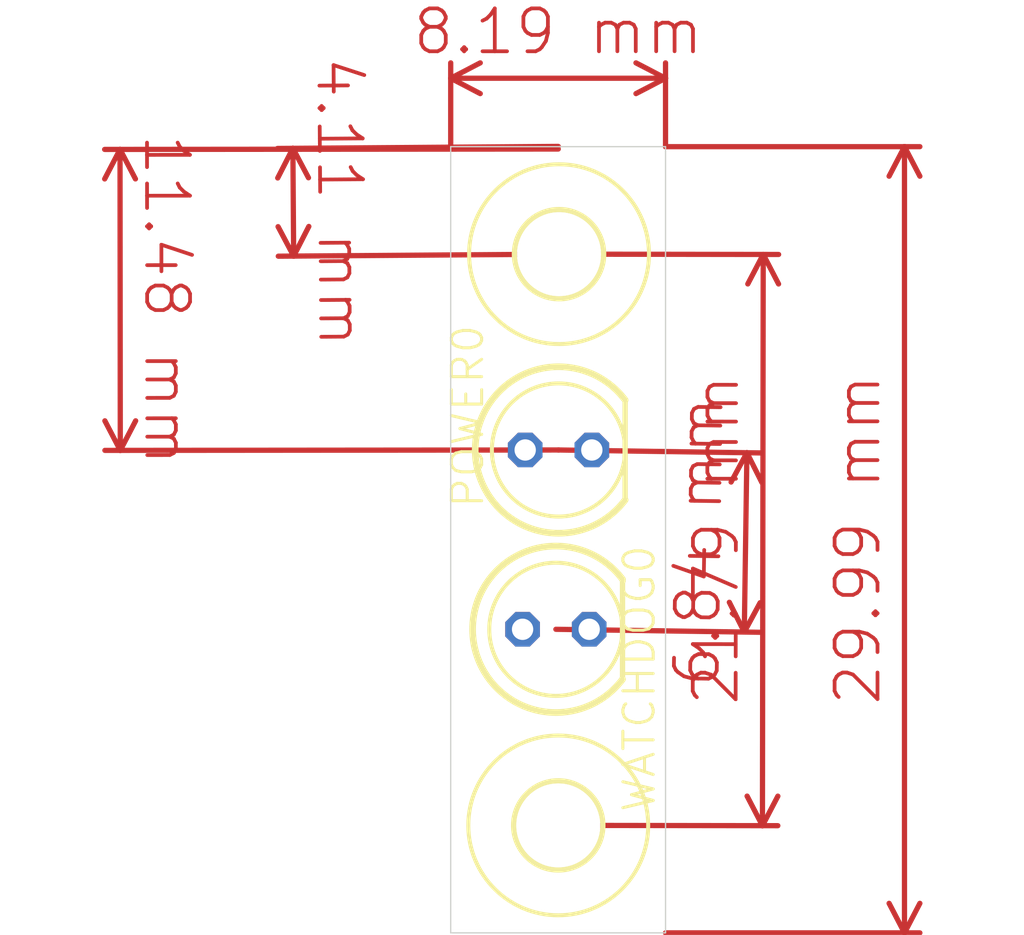
<source format=kicad_pcb>
(kicad_pcb (version 20221018) (generator pcbnew)
  (layers (0 "F.Cu" signal) (31 "B.Cu" signal) (34 "B.Paste" user) (35 "F.Paste" user) (36 "B.SilkS" user "B.Silkscreen") (37 "F.SilkS" user "F.Silkscreen") (38 "B.Mask" user) (39 "F.Mask" user) (44 "Edge.Cuts" user))
  (net 0 "")
  (footprint "leds:3,2" (layer "F.Cu") (at 148.5061 115.8986)
    (fp_text reference "H2" hide)
    (fp_text value "MOUNT-HOLE3.2" hide)
    (fp_circle (center 0 0) (end 1.7 0) (stroke (width 0.2032)) (fill none) (layer "F.SilkS"))
    (fp_circle (center 0 0) (end 3.429 0) (stroke (width 0.1524)) (fill none) (layer "F.SilkS"))
    (pad "" np_thru_hole circle (at 0 0) (size 3.2 3.2) (drill 3.2) (layers "*.Cu" "*.Mask"))
  )
  (footprint "leds:3,2" (layer "F.Cu") (at 148.5361 94.1086)
    (fp_text reference "H1" hide)
    (fp_text value "MOUNT-HOLE3.2" hide)
    (fp_circle (center 0 0) (end 1.7 0) (stroke (width 0.2032)) (fill none) (layer "F.SilkS"))
    (fp_circle (center 0 0) (end 3.429 0) (stroke (width 0.1524)) (fill none) (layer "F.SilkS"))
    (pad "" np_thru_hole circle (at 0 0) (size 3.2 3.2) (drill 3.2) (layers "*.Cu" "*.Mask"))
  )
  (footprint "leds:LED5MM" (layer "F.Cu") (at 148.5161 101.5786)
    (fp_text reference "POWER0" (at -2.7834 2.285 90) (layer "F.SilkS") (effects (font (size 1.1557 1.1557) (thickness 0.1143)) (justify left bottom)))
    (fp_text value "")
    (fp_line (start 2.54 1.905) (end 2.54 -1.905) (stroke (width 0.2032)) (layer "F.SilkS"))
    (fp_arc (start 2.54 1.905) (mid -3.175 0) (end 2.54 -1.905) (stroke (width 0.254)) (layer "F.SilkS"))
    (fp_circle (center 0 0) (end 2.54 0) (stroke (width 0.1524)) (fill none) (layer "F.SilkS"))
    (pad "A" thru_hole roundrect (at -1.27 0) (size 1.3208 1.3208) (drill 0.8128) (layers "*.Cu" "*.Mask") (chamfer_ratio 0.2928932188) (chamfer top_left top_right bottom_left bottom_right))
    (pad "K" thru_hole roundrect (at 1.27 0) (size 1.3208 1.3208) (drill 0.8128) (layers "*.Cu" "*.Mask") (chamfer_ratio 0.2928932188) (chamfer top_left top_right bottom_left bottom_right))
  )
  (footprint "leds:LED5MM" (layer "F.Cu") (at 148.4161 108.4186)
    (fp_text reference "WATCHDOG0" (at 3.8566 7.045 90) (layer "F.SilkS") (effects (font (size 1.1557 1.1557) (thickness 0.1143)) (justify left bottom)))
    (fp_text value "")
    (fp_line (start 2.54 1.905) (end 2.54 -1.905) (stroke (width 0.2032)) (layer "F.SilkS"))
    (fp_arc (start 2.54 1.905) (mid -3.175 0) (end 2.54 -1.905) (stroke (width 0.254)) (layer "F.SilkS"))
    (fp_circle (center 0 0) (end 2.54 0) (stroke (width 0.1524)) (fill none) (layer "F.SilkS"))
    (pad "A" thru_hole roundrect (at -1.27 0) (size 1.3208 1.3208) (drill 0.8128) (layers "*.Cu" "*.Mask") (chamfer_ratio 0.2928932188) (chamfer top_left top_right bottom_left bottom_right))
    (pad "K" thru_hole roundrect (at 1.27 0) (size 1.3208 1.3208) (drill 0.8128) (layers "*.Cu" "*.Mask") (chamfer_ratio 0.2928932188) (chamfer top_left top_right bottom_left bottom_right))
  )
  (gr_line (start 144.4061 90.0086) (end 144.4061 119.9986) (stroke (width 0.05)) (layer "Edge.Cuts"))
  (gr_line (start 144.4061 119.9986) (end 152.5961 119.9986) (stroke (width 0.05)) (layer "Edge.Cuts"))
  (gr_line (start 152.5961 119.9986) (end 152.5961 90.0086) (stroke (width 0.05)) (layer "Edge.Cuts"))
  (gr_line (start 152.5961 90.0086) (end 144.4061 90.0086) (stroke (width 0.05)) (layer "Edge.Cuts"))
  (dimension (type aligned) (layer "F.Cu") (pts (xy 148.5161 101.5786) (xy 148.5061 90.0986)) (height -16.707078) (gr_text "11.48 mm" (at 133.582027 95.851604 -89.9500908) (layer "F.Cu") (effects (font (size 1.63576 1.63576) (thickness 0.14224)))) (format (prefix "") (suffix "") (units 2) (units_format 1) (precision 2)) (style (thickness 0.2) (arrow_length 1.27) (text_position_mode 0) (extension_height 0.58642) (extension_offset 0) keep_text_aligned))
  (dimension (type aligned) (layer "F.Cu") (pts (xy 148.5161 101.5786) (xy 148.4161 108.4186)) (height -7.183485) (gr_text "6.84 mm" (at 153.871007 105.077619 89.16240208) (layer "F.Cu") (effects (font (size 1.63576 1.63576) (thickness 0.14224)))) (format (prefix "") (suffix "") (units 2) (units_format 1) (precision 2)) (style (thickness 0.2) (arrow_length 1.27) (text_position_mode 0) (extension_height 0.58642) (extension_offset 0) keep_text_aligned))
  (dimension (type aligned) (layer "F.Cu") (pts (xy 144.4061 90.0086) (xy 152.5961 90.0086)) (height -2.61) (gr_text "8.19 mm" (at 148.5011 85.6206) (layer "F.Cu") (effects (font (size 1.63576 1.63576) (thickness 0.14224)))) (format (prefix "") (suffix "") (units 2) (units_format 1) (precision 2)) (style (thickness 0.2) (arrow_length 1.27) (text_position_mode 0) (extension_height 0.58642) (extension_offset 0) keep_text_aligned))
  (dimension (type aligned) (layer "F.Cu") (pts (xy 148.5361 94.1086) (xy 148.5061 89.9986)) (height -10.117381) (gr_text "4.11 mm" (at 140.181942 92.11447 -89.58179006) (layer "F.Cu") (effects (font (size 1.63576 1.63576) (thickness 0.14224)))) (format (prefix "") (suffix "") (units 2) (units_format 1) (precision 2)) (style (thickness 0.2) (arrow_length 1.27) (text_position_mode 0) (extension_height 0.58642) (extension_offset 0) keep_text_aligned))
  (dimension (type aligned) (layer "F.Cu") (pts (xy 148.5361 94.1086) (xy 148.5061 115.8986)) (height -7.784709) (gr_text "21.79 mm" (at 154.527804 105.01187 89.92111646) (layer "F.Cu") (effects (font (size 1.63576 1.63576) (thickness 0.14224)))) (format (prefix "") (suffix "") (units 2) (units_format 1) (precision 2)) (style (thickness 0.2) (arrow_length 1.27) (text_position_mode 0) (extension_height 0.58642) (extension_offset 0) keep_text_aligned))
  (dimension (type aligned) (layer "F.Cu") (pts (xy 152.5961 90.0086) (xy 152.5961 119.9986)) (height -9.11) (gr_text "29.99 mm" (at 159.9281 105.0036 90) (layer "F.Cu") (effects (font (size 1.63576 1.63576) (thickness 0.14224)))) (format (prefix "") (suffix "") (units 2) (units_format 1) (precision 2)) (style (thickness 0.2) (arrow_length 1.27) (text_position_mode 0) (extension_height 0.58642) (extension_offset 0) keep_text_aligned))
)
</source>
